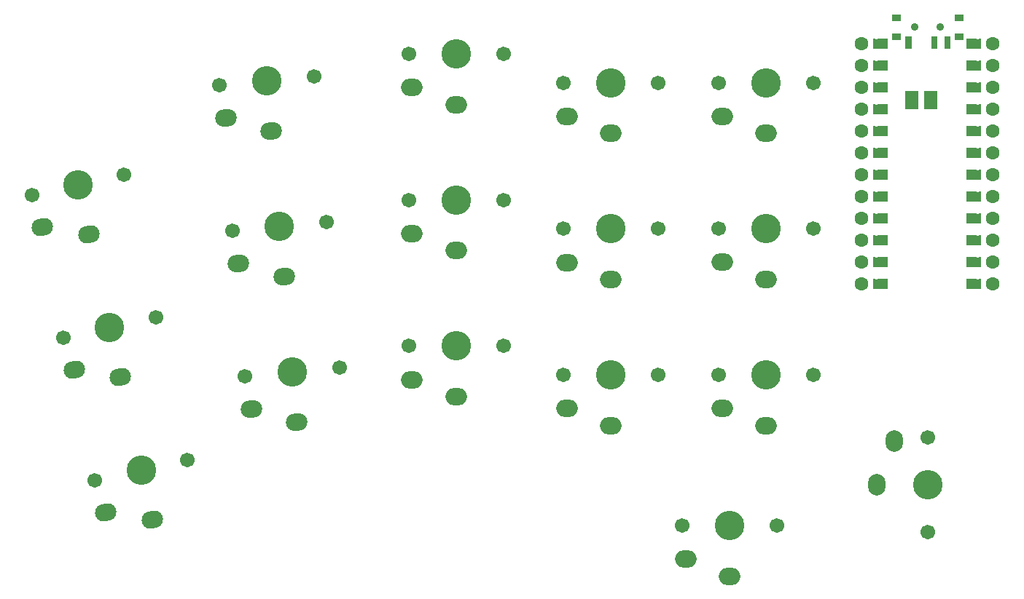
<source format=gbr>
G04 #@! TF.GenerationSoftware,KiCad,Pcbnew,6.0.0-d3dd2cf0fa~116~ubuntu20.04.1*
G04 #@! TF.CreationDate,2022-01-06T00:06:36-05:00*
G04 #@! TF.ProjectId,34,33342e6b-6963-4616-945f-706362585858,0.1*
G04 #@! TF.SameCoordinates,Original*
G04 #@! TF.FileFunction,Soldermask,Bot*
G04 #@! TF.FilePolarity,Negative*
%FSLAX46Y46*%
G04 Gerber Fmt 4.6, Leading zero omitted, Abs format (unit mm)*
G04 Created by KiCad (PCBNEW 6.0.0-d3dd2cf0fa~116~ubuntu20.04.1) date 2022-01-06 00:06:36*
%MOMM*%
%LPD*%
G01*
G04 APERTURE LIST*
G04 Aperture macros list*
%AMHorizOval*
0 Thick line with rounded ends*
0 $1 width*
0 $2 $3 position (X,Y) of the first rounded end (center of the circle)*
0 $4 $5 position (X,Y) of the second rounded end (center of the circle)*
0 Add line between two ends*
20,1,$1,$2,$3,$4,$5,0*
0 Add two circle primitives to create the rounded ends*
1,1,$1,$2,$3*
1,1,$1,$4,$5*%
%AMFreePoly0*
4,1,6,0.600000,0.200000,0.000000,-0.400000,-0.600000,0.200000,-0.600000,0.400000,0.600000,0.400000,0.600000,0.200000,0.600000,0.200000,$1*%
%AMFreePoly1*
4,1,6,0.600000,-0.250000,-0.600000,-0.250000,-0.600000,1.000000,0.000000,0.400000,0.600000,1.000000,0.600000,-0.250000,0.600000,-0.250000,$1*%
G04 Aperture macros list end*
%ADD10C,0.100000*%
%ADD11C,1.701800*%
%ADD12C,3.429000*%
%ADD13HorizOval,2.000000X0.244074X0.054110X-0.244074X-0.054110X0*%
%ADD14HorizOval,2.000000X0.249049X0.021789X-0.249049X-0.021789X0*%
%ADD15O,2.500000X2.000000*%
%ADD16O,2.000000X2.500000*%
%ADD17C,1.600000*%
%ADD18FreePoly0,270.000000*%
%ADD19FreePoly0,90.000000*%
%ADD20FreePoly1,90.000000*%
%ADD21FreePoly1,270.000000*%
%ADD22C,0.900000*%
G04 APERTURE END LIST*
D10*
X131429702Y-61386557D02*
X131429702Y-63386557D01*
X131429702Y-63386557D02*
X132829702Y-63386557D01*
X132829702Y-63386557D02*
X132829702Y-61386557D01*
X132829702Y-61386557D02*
X131429702Y-61386557D01*
G36*
X132829702Y-63386557D02*
G01*
X131429702Y-63386557D01*
X131429702Y-61386557D01*
X132829702Y-61386557D01*
X132829702Y-63386557D01*
G37*
X132829702Y-63386557D02*
X131429702Y-63386557D01*
X131429702Y-61386557D01*
X132829702Y-61386557D01*
X132829702Y-63386557D01*
X133629702Y-61386557D02*
X133629702Y-63386557D01*
X133629702Y-63386557D02*
X135029702Y-63386557D01*
X135029702Y-63386557D02*
X135029702Y-61386557D01*
X135029702Y-61386557D02*
X133629702Y-61386557D01*
G36*
X135029702Y-63386557D02*
G01*
X133629702Y-63386557D01*
X133629702Y-61386557D01*
X135029702Y-61386557D01*
X135029702Y-63386557D01*
G37*
X135029702Y-63386557D02*
X133629702Y-63386557D01*
X133629702Y-61386557D01*
X135029702Y-61386557D01*
X135029702Y-63386557D01*
X128912099Y-57887003D02*
X128912099Y-58903003D01*
X128912099Y-58903003D02*
X127896099Y-58903003D01*
X127896099Y-58903003D02*
X127896099Y-57887003D01*
X127896099Y-57887003D02*
X128912099Y-57887003D01*
G36*
X128912099Y-58903003D02*
G01*
X127896099Y-58903003D01*
X127896099Y-57887003D01*
X128912099Y-57887003D01*
X128912099Y-58903003D01*
G37*
X128912099Y-58903003D02*
X127896099Y-58903003D01*
X127896099Y-57887003D01*
X128912099Y-57887003D01*
X128912099Y-58903003D01*
X128912099Y-65507003D02*
X128912099Y-66523003D01*
X128912099Y-66523003D02*
X127896099Y-66523003D01*
X127896099Y-66523003D02*
X127896099Y-65507003D01*
X127896099Y-65507003D02*
X128912099Y-65507003D01*
G36*
X128912099Y-66523003D02*
G01*
X127896099Y-66523003D01*
X127896099Y-65507003D01*
X128912099Y-65507003D01*
X128912099Y-66523003D01*
G37*
X128912099Y-66523003D02*
X127896099Y-66523003D01*
X127896099Y-65507003D01*
X128912099Y-65507003D01*
X128912099Y-66523003D01*
X128912099Y-83287003D02*
X128912099Y-84303003D01*
X128912099Y-84303003D02*
X127896099Y-84303003D01*
X127896099Y-84303003D02*
X127896099Y-83287003D01*
X127896099Y-83287003D02*
X128912099Y-83287003D01*
G36*
X128912099Y-84303003D02*
G01*
X127896099Y-84303003D01*
X127896099Y-83287003D01*
X128912099Y-83287003D01*
X128912099Y-84303003D01*
G37*
X128912099Y-84303003D02*
X127896099Y-84303003D01*
X127896099Y-83287003D01*
X128912099Y-83287003D01*
X128912099Y-84303003D01*
X128912099Y-68047003D02*
X128912099Y-69063003D01*
X128912099Y-69063003D02*
X127896099Y-69063003D01*
X127896099Y-69063003D02*
X127896099Y-68047003D01*
X127896099Y-68047003D02*
X128912099Y-68047003D01*
G36*
X128912099Y-69063003D02*
G01*
X127896099Y-69063003D01*
X127896099Y-68047003D01*
X128912099Y-68047003D01*
X128912099Y-69063003D01*
G37*
X128912099Y-69063003D02*
X127896099Y-69063003D01*
X127896099Y-68047003D01*
X128912099Y-68047003D01*
X128912099Y-69063003D01*
X139072099Y-66523003D02*
X139072099Y-65507003D01*
X139072099Y-65507003D02*
X140088099Y-65507003D01*
X140088099Y-65507003D02*
X140088099Y-66523003D01*
X140088099Y-66523003D02*
X139072099Y-66523003D01*
G36*
X140088099Y-66523003D02*
G01*
X139072099Y-66523003D01*
X139072099Y-65507003D01*
X140088099Y-65507003D01*
X140088099Y-66523003D01*
G37*
X140088099Y-66523003D02*
X139072099Y-66523003D01*
X139072099Y-65507003D01*
X140088099Y-65507003D01*
X140088099Y-66523003D01*
X139072099Y-58903003D02*
X139072099Y-57887003D01*
X139072099Y-57887003D02*
X140088099Y-57887003D01*
X140088099Y-57887003D02*
X140088099Y-58903003D01*
X140088099Y-58903003D02*
X139072099Y-58903003D01*
G36*
X140088099Y-58903003D02*
G01*
X139072099Y-58903003D01*
X139072099Y-57887003D01*
X140088099Y-57887003D01*
X140088099Y-58903003D01*
G37*
X140088099Y-58903003D02*
X139072099Y-58903003D01*
X139072099Y-57887003D01*
X140088099Y-57887003D01*
X140088099Y-58903003D01*
X128912099Y-55347003D02*
X128912099Y-56363003D01*
X128912099Y-56363003D02*
X127896099Y-56363003D01*
X127896099Y-56363003D02*
X127896099Y-55347003D01*
X127896099Y-55347003D02*
X128912099Y-55347003D01*
G36*
X128912099Y-56363003D02*
G01*
X127896099Y-56363003D01*
X127896099Y-55347003D01*
X128912099Y-55347003D01*
X128912099Y-56363003D01*
G37*
X128912099Y-56363003D02*
X127896099Y-56363003D01*
X127896099Y-55347003D01*
X128912099Y-55347003D01*
X128912099Y-56363003D01*
X128912099Y-60427003D02*
X128912099Y-61443003D01*
X128912099Y-61443003D02*
X127896099Y-61443003D01*
X127896099Y-61443003D02*
X127896099Y-60427003D01*
X127896099Y-60427003D02*
X128912099Y-60427003D01*
G36*
X128912099Y-61443003D02*
G01*
X127896099Y-61443003D01*
X127896099Y-60427003D01*
X128912099Y-60427003D01*
X128912099Y-61443003D01*
G37*
X128912099Y-61443003D02*
X127896099Y-61443003D01*
X127896099Y-60427003D01*
X128912099Y-60427003D01*
X128912099Y-61443003D01*
X139072099Y-84303003D02*
X139072099Y-83287003D01*
X139072099Y-83287003D02*
X140088099Y-83287003D01*
X140088099Y-83287003D02*
X140088099Y-84303003D01*
X140088099Y-84303003D02*
X139072099Y-84303003D01*
G36*
X140088099Y-84303003D02*
G01*
X139072099Y-84303003D01*
X139072099Y-83287003D01*
X140088099Y-83287003D01*
X140088099Y-84303003D01*
G37*
X140088099Y-84303003D02*
X139072099Y-84303003D01*
X139072099Y-83287003D01*
X140088099Y-83287003D01*
X140088099Y-84303003D01*
X128912099Y-73127003D02*
X128912099Y-74143003D01*
X128912099Y-74143003D02*
X127896099Y-74143003D01*
X127896099Y-74143003D02*
X127896099Y-73127003D01*
X127896099Y-73127003D02*
X128912099Y-73127003D01*
G36*
X128912099Y-74143003D02*
G01*
X127896099Y-74143003D01*
X127896099Y-73127003D01*
X128912099Y-73127003D01*
X128912099Y-74143003D01*
G37*
X128912099Y-74143003D02*
X127896099Y-74143003D01*
X127896099Y-73127003D01*
X128912099Y-73127003D01*
X128912099Y-74143003D01*
X139072099Y-69063003D02*
X139072099Y-68047003D01*
X139072099Y-68047003D02*
X140088099Y-68047003D01*
X140088099Y-68047003D02*
X140088099Y-69063003D01*
X140088099Y-69063003D02*
X139072099Y-69063003D01*
G36*
X140088099Y-69063003D02*
G01*
X139072099Y-69063003D01*
X139072099Y-68047003D01*
X140088099Y-68047003D01*
X140088099Y-69063003D01*
G37*
X140088099Y-69063003D02*
X139072099Y-69063003D01*
X139072099Y-68047003D01*
X140088099Y-68047003D01*
X140088099Y-69063003D01*
X139072099Y-81763003D02*
X139072099Y-80747003D01*
X139072099Y-80747003D02*
X140088099Y-80747003D01*
X140088099Y-80747003D02*
X140088099Y-81763003D01*
X140088099Y-81763003D02*
X139072099Y-81763003D01*
G36*
X140088099Y-81763003D02*
G01*
X139072099Y-81763003D01*
X139072099Y-80747003D01*
X140088099Y-80747003D01*
X140088099Y-81763003D01*
G37*
X140088099Y-81763003D02*
X139072099Y-81763003D01*
X139072099Y-80747003D01*
X140088099Y-80747003D01*
X140088099Y-81763003D01*
X139072099Y-61443003D02*
X139072099Y-60427003D01*
X139072099Y-60427003D02*
X140088099Y-60427003D01*
X140088099Y-60427003D02*
X140088099Y-61443003D01*
X140088099Y-61443003D02*
X139072099Y-61443003D01*
G36*
X140088099Y-61443003D02*
G01*
X139072099Y-61443003D01*
X139072099Y-60427003D01*
X140088099Y-60427003D01*
X140088099Y-61443003D01*
G37*
X140088099Y-61443003D02*
X139072099Y-61443003D01*
X139072099Y-60427003D01*
X140088099Y-60427003D01*
X140088099Y-61443003D01*
X128912099Y-62967003D02*
X128912099Y-63983003D01*
X128912099Y-63983003D02*
X127896099Y-63983003D01*
X127896099Y-63983003D02*
X127896099Y-62967003D01*
X127896099Y-62967003D02*
X128912099Y-62967003D01*
G36*
X128912099Y-63983003D02*
G01*
X127896099Y-63983003D01*
X127896099Y-62967003D01*
X128912099Y-62967003D01*
X128912099Y-63983003D01*
G37*
X128912099Y-63983003D02*
X127896099Y-63983003D01*
X127896099Y-62967003D01*
X128912099Y-62967003D01*
X128912099Y-63983003D01*
X139072099Y-71603003D02*
X139072099Y-70587003D01*
X139072099Y-70587003D02*
X140088099Y-70587003D01*
X140088099Y-70587003D02*
X140088099Y-71603003D01*
X140088099Y-71603003D02*
X139072099Y-71603003D01*
G36*
X140088099Y-71603003D02*
G01*
X139072099Y-71603003D01*
X139072099Y-70587003D01*
X140088099Y-70587003D01*
X140088099Y-71603003D01*
G37*
X140088099Y-71603003D02*
X139072099Y-71603003D01*
X139072099Y-70587003D01*
X140088099Y-70587003D01*
X140088099Y-71603003D01*
X139072099Y-63983003D02*
X139072099Y-62967003D01*
X139072099Y-62967003D02*
X140088099Y-62967003D01*
X140088099Y-62967003D02*
X140088099Y-63983003D01*
X140088099Y-63983003D02*
X139072099Y-63983003D01*
G36*
X140088099Y-63983003D02*
G01*
X139072099Y-63983003D01*
X139072099Y-62967003D01*
X140088099Y-62967003D01*
X140088099Y-63983003D01*
G37*
X140088099Y-63983003D02*
X139072099Y-63983003D01*
X139072099Y-62967003D01*
X140088099Y-62967003D01*
X140088099Y-63983003D01*
X139072099Y-79223003D02*
X139072099Y-78207003D01*
X139072099Y-78207003D02*
X140088099Y-78207003D01*
X140088099Y-78207003D02*
X140088099Y-79223003D01*
X140088099Y-79223003D02*
X139072099Y-79223003D01*
G36*
X140088099Y-79223003D02*
G01*
X139072099Y-79223003D01*
X139072099Y-78207003D01*
X140088099Y-78207003D01*
X140088099Y-79223003D01*
G37*
X140088099Y-79223003D02*
X139072099Y-79223003D01*
X139072099Y-78207003D01*
X140088099Y-78207003D01*
X140088099Y-79223003D01*
X139072099Y-56363003D02*
X139072099Y-55347003D01*
X139072099Y-55347003D02*
X140088099Y-55347003D01*
X140088099Y-55347003D02*
X140088099Y-56363003D01*
X140088099Y-56363003D02*
X139072099Y-56363003D01*
G36*
X140088099Y-56363003D02*
G01*
X139072099Y-56363003D01*
X139072099Y-55347003D01*
X140088099Y-55347003D01*
X140088099Y-56363003D01*
G37*
X140088099Y-56363003D02*
X139072099Y-56363003D01*
X139072099Y-55347003D01*
X140088099Y-55347003D01*
X140088099Y-56363003D01*
X128912099Y-70587003D02*
X128912099Y-71603003D01*
X128912099Y-71603003D02*
X127896099Y-71603003D01*
X127896099Y-71603003D02*
X127896099Y-70587003D01*
X127896099Y-70587003D02*
X128912099Y-70587003D01*
G36*
X128912099Y-71603003D02*
G01*
X127896099Y-71603003D01*
X127896099Y-70587003D01*
X128912099Y-70587003D01*
X128912099Y-71603003D01*
G37*
X128912099Y-71603003D02*
X127896099Y-71603003D01*
X127896099Y-70587003D01*
X128912099Y-70587003D01*
X128912099Y-71603003D01*
X128912099Y-78207003D02*
X128912099Y-79223003D01*
X128912099Y-79223003D02*
X127896099Y-79223003D01*
X127896099Y-79223003D02*
X127896099Y-78207003D01*
X127896099Y-78207003D02*
X128912099Y-78207003D01*
G36*
X128912099Y-79223003D02*
G01*
X127896099Y-79223003D01*
X127896099Y-78207003D01*
X128912099Y-78207003D01*
X128912099Y-79223003D01*
G37*
X128912099Y-79223003D02*
X127896099Y-79223003D01*
X127896099Y-78207003D01*
X128912099Y-78207003D01*
X128912099Y-79223003D01*
X139072099Y-74143003D02*
X139072099Y-73127003D01*
X139072099Y-73127003D02*
X140088099Y-73127003D01*
X140088099Y-73127003D02*
X140088099Y-74143003D01*
X140088099Y-74143003D02*
X139072099Y-74143003D01*
G36*
X140088099Y-74143003D02*
G01*
X139072099Y-74143003D01*
X139072099Y-73127003D01*
X140088099Y-73127003D01*
X140088099Y-74143003D01*
G37*
X140088099Y-74143003D02*
X139072099Y-74143003D01*
X139072099Y-73127003D01*
X140088099Y-73127003D01*
X140088099Y-74143003D01*
X128912099Y-80747003D02*
X128912099Y-81763003D01*
X128912099Y-81763003D02*
X127896099Y-81763003D01*
X127896099Y-81763003D02*
X127896099Y-80747003D01*
X127896099Y-80747003D02*
X128912099Y-80747003D01*
G36*
X128912099Y-81763003D02*
G01*
X127896099Y-81763003D01*
X127896099Y-80747003D01*
X128912099Y-80747003D01*
X128912099Y-81763003D01*
G37*
X128912099Y-81763003D02*
X127896099Y-81763003D01*
X127896099Y-80747003D01*
X128912099Y-80747003D01*
X128912099Y-81763003D01*
X128912099Y-75667003D02*
X128912099Y-76683003D01*
X128912099Y-76683003D02*
X127896099Y-76683003D01*
X127896099Y-76683003D02*
X127896099Y-75667003D01*
X127896099Y-75667003D02*
X128912099Y-75667003D01*
G36*
X128912099Y-76683003D02*
G01*
X127896099Y-76683003D01*
X127896099Y-75667003D01*
X128912099Y-75667003D01*
X128912099Y-76683003D01*
G37*
X128912099Y-76683003D02*
X127896099Y-76683003D01*
X127896099Y-75667003D01*
X128912099Y-75667003D01*
X128912099Y-76683003D01*
X139072099Y-76683003D02*
X139072099Y-75667003D01*
X139072099Y-75667003D02*
X140088099Y-75667003D01*
X140088099Y-75667003D02*
X140088099Y-76683003D01*
X140088099Y-76683003D02*
X139072099Y-76683003D01*
G36*
X140088099Y-76683003D02*
G01*
X139072099Y-76683003D01*
X139072099Y-75667003D01*
X140088099Y-75667003D01*
X140088099Y-76683003D01*
G37*
X140088099Y-76683003D02*
X139072099Y-76683003D01*
X139072099Y-75667003D01*
X140088099Y-75667003D01*
X140088099Y-76683003D01*
X135950576Y-55011813D02*
X135950576Y-56411813D01*
X135950576Y-56411813D02*
X136550576Y-56411813D01*
X136550576Y-56411813D02*
X136550576Y-55011813D01*
X136550576Y-55011813D02*
X135950576Y-55011813D01*
G36*
X136550576Y-56411813D02*
G01*
X135950576Y-56411813D01*
X135950576Y-55011813D01*
X136550576Y-55011813D01*
X136550576Y-56411813D01*
G37*
X136550576Y-56411813D02*
X135950576Y-56411813D01*
X135950576Y-55011813D01*
X136550576Y-55011813D01*
X136550576Y-56411813D01*
X131450576Y-55011813D02*
X131450576Y-56411813D01*
X131450576Y-56411813D02*
X132050576Y-56411813D01*
X132050576Y-56411813D02*
X132050576Y-55011813D01*
X132050576Y-55011813D02*
X131450576Y-55011813D01*
G36*
X132050576Y-56411813D02*
G01*
X131450576Y-56411813D01*
X131450576Y-55011813D01*
X132050576Y-55011813D01*
X132050576Y-56411813D01*
G37*
X132050576Y-56411813D02*
X131450576Y-56411813D01*
X131450576Y-55011813D01*
X132050576Y-55011813D01*
X132050576Y-56411813D01*
X137200576Y-52511813D02*
X137200576Y-53211813D01*
X137200576Y-53211813D02*
X138100576Y-53211813D01*
X138100576Y-53211813D02*
X138100576Y-52511813D01*
X138100576Y-52511813D02*
X137200576Y-52511813D01*
G36*
X138100576Y-53211813D02*
G01*
X137200576Y-53211813D01*
X137200576Y-52511813D01*
X138100576Y-52511813D01*
X138100576Y-53211813D01*
G37*
X138100576Y-53211813D02*
X137200576Y-53211813D01*
X137200576Y-52511813D01*
X138100576Y-52511813D01*
X138100576Y-53211813D01*
X134450576Y-55011813D02*
X134450576Y-56411813D01*
X134450576Y-56411813D02*
X135050576Y-56411813D01*
X135050576Y-56411813D02*
X135050576Y-55011813D01*
X135050576Y-55011813D02*
X134450576Y-55011813D01*
G36*
X135050576Y-56411813D02*
G01*
X134450576Y-56411813D01*
X134450576Y-55011813D01*
X135050576Y-55011813D01*
X135050576Y-56411813D01*
G37*
X135050576Y-56411813D02*
X134450576Y-56411813D01*
X134450576Y-55011813D01*
X135050576Y-55011813D01*
X135050576Y-56411813D01*
X129900576Y-52511813D02*
X129900576Y-53211813D01*
X129900576Y-53211813D02*
X130800576Y-53211813D01*
X130800576Y-53211813D02*
X130800576Y-52511813D01*
X130800576Y-52511813D02*
X129900576Y-52511813D01*
G36*
X130800576Y-53211813D02*
G01*
X129900576Y-53211813D01*
X129900576Y-52511813D01*
X130800576Y-52511813D01*
X130800576Y-53211813D01*
G37*
X130800576Y-53211813D02*
X129900576Y-53211813D01*
X129900576Y-52511813D01*
X130800576Y-52511813D01*
X130800576Y-53211813D01*
X137200576Y-54711813D02*
X137200576Y-55411813D01*
X137200576Y-55411813D02*
X138100576Y-55411813D01*
X138100576Y-55411813D02*
X138100576Y-54711813D01*
X138100576Y-54711813D02*
X137200576Y-54711813D01*
G36*
X138100576Y-55411813D02*
G01*
X137200576Y-55411813D01*
X137200576Y-54711813D01*
X138100576Y-54711813D01*
X138100576Y-55411813D01*
G37*
X138100576Y-55411813D02*
X137200576Y-55411813D01*
X137200576Y-54711813D01*
X138100576Y-54711813D01*
X138100576Y-55411813D01*
X129900576Y-54711813D02*
X129900576Y-55411813D01*
X129900576Y-55411813D02*
X130800576Y-55411813D01*
X130800576Y-55411813D02*
X130800576Y-54711813D01*
X130800576Y-54711813D02*
X129900576Y-54711813D01*
G36*
X130800576Y-55411813D02*
G01*
X129900576Y-55411813D01*
X129900576Y-54711813D01*
X130800576Y-54711813D01*
X130800576Y-55411813D01*
G37*
X130800576Y-55411813D02*
X129900576Y-55411813D01*
X129900576Y-54711813D01*
X130800576Y-54711813D01*
X130800576Y-55411813D01*
D11*
X29939896Y-73493393D03*
X40679152Y-71112557D03*
D12*
X35309524Y-72302975D03*
D13*
X31174529Y-77214371D03*
X36586518Y-78063121D03*
D12*
X57238860Y-60190585D03*
D11*
X51759789Y-60669942D03*
X62717931Y-59711228D03*
D14*
X52498174Y-64520239D03*
X57753079Y-66068134D03*
D11*
X73730000Y-57058851D03*
X84730000Y-57058851D03*
D12*
X79230000Y-57058851D03*
D15*
X74130000Y-60958851D03*
X79230000Y-62958851D03*
D12*
X97233086Y-60427567D03*
D11*
X91733086Y-60427567D03*
X102733086Y-60427567D03*
D15*
X92133086Y-64327567D03*
X97233086Y-66327567D03*
D11*
X120725000Y-60425000D03*
D12*
X115225000Y-60425000D03*
D11*
X109725000Y-60425000D03*
D15*
X110125000Y-64325000D03*
X115225000Y-66325000D03*
D11*
X44358628Y-87709582D03*
D12*
X38989000Y-88900000D03*
D11*
X33619372Y-90090418D03*
D13*
X34854005Y-93811396D03*
X40265994Y-94660146D03*
D11*
X53241431Y-77605258D03*
X64199573Y-76646544D03*
D12*
X58720502Y-77125901D03*
D14*
X53979816Y-81455555D03*
X59234721Y-83003450D03*
D12*
X79230000Y-74058851D03*
D11*
X84730000Y-74058851D03*
X73730000Y-74058851D03*
D15*
X74130000Y-77958851D03*
X79230000Y-79958851D03*
D11*
X102733086Y-77427564D03*
X91733086Y-77427564D03*
D12*
X97233086Y-77427564D03*
D15*
X92133086Y-81327564D03*
X97233086Y-83327564D03*
D11*
X109725000Y-77424999D03*
X120725000Y-77424999D03*
D12*
X115225000Y-77424999D03*
D15*
X110125000Y-81324999D03*
X115225000Y-83324999D03*
D12*
X60202150Y-94061209D03*
D11*
X54723079Y-94540566D03*
X65681221Y-93581852D03*
D14*
X55461464Y-98390863D03*
X60716369Y-99938758D03*
D12*
X79230000Y-91058862D03*
D11*
X84730000Y-91058862D03*
X73730000Y-91058862D03*
D15*
X74130000Y-94958862D03*
X79230000Y-96958862D03*
D11*
X91733086Y-94427566D03*
D12*
X97233086Y-94427566D03*
D11*
X102733086Y-94427566D03*
D15*
X92133086Y-98327566D03*
X97233086Y-100327566D03*
D12*
X110990000Y-111925000D03*
D11*
X105490000Y-111925000D03*
X116490000Y-111925000D03*
D15*
X105890000Y-115825000D03*
X110990000Y-117825000D03*
D12*
X134025000Y-107175000D03*
D11*
X134025000Y-101675000D03*
X134025000Y-112675000D03*
D16*
X130125000Y-102075000D03*
X128125000Y-107175000D03*
D17*
X126372099Y-55855003D03*
X141612099Y-66015003D03*
D18*
X139834099Y-78715003D03*
D19*
X128150099Y-76175003D03*
D17*
X141612099Y-60935003D03*
D18*
X139834099Y-71095003D03*
D17*
X126372099Y-63475003D03*
X126372099Y-68555003D03*
D19*
X128150099Y-78715003D03*
X128150099Y-66015003D03*
D17*
X141612099Y-71095003D03*
D18*
X139834099Y-58395003D03*
D17*
X141612099Y-83795003D03*
D18*
X139834099Y-76175003D03*
D19*
X128150099Y-71095003D03*
X128150099Y-60935003D03*
D17*
X126372099Y-58395003D03*
X141612099Y-76175003D03*
D19*
X128150099Y-83795003D03*
D18*
X139834099Y-81255003D03*
D17*
X141612099Y-68555003D03*
D19*
X128150099Y-81255003D03*
D17*
X141612099Y-55855003D03*
D19*
X128150099Y-58395003D03*
D17*
X141612099Y-73635003D03*
X141612099Y-63475003D03*
X126372099Y-60935003D03*
X126372099Y-81255003D03*
D19*
X128150099Y-73635003D03*
D17*
X126372099Y-71095003D03*
D18*
X139834099Y-83795003D03*
D19*
X128150099Y-68555003D03*
D17*
X126372099Y-78715003D03*
D18*
X139834099Y-55855003D03*
D17*
X141612099Y-58395003D03*
D18*
X139834099Y-73635003D03*
X139834099Y-68555003D03*
X139834099Y-66015003D03*
D17*
X126372099Y-66015003D03*
D18*
X139834099Y-60935003D03*
D17*
X126372099Y-76175003D03*
X126372099Y-83795003D03*
X126372099Y-73635003D03*
D19*
X128150099Y-63475003D03*
D17*
X141612099Y-81255003D03*
D19*
X128150099Y-55855003D03*
D17*
X141612099Y-78715003D03*
D18*
X139834099Y-63475003D03*
D20*
X129166099Y-55855003D03*
X129166099Y-58395003D03*
X129166099Y-60935003D03*
X129166099Y-63475003D03*
X129166099Y-66015003D03*
X129166099Y-68555003D03*
X129166099Y-71095003D03*
X129166099Y-73635003D03*
X129166099Y-76175003D03*
X129166099Y-78715003D03*
X129166099Y-81255003D03*
X129166099Y-83795003D03*
D21*
X138818099Y-83795003D03*
X138818099Y-81255003D03*
X138818099Y-78715003D03*
X138818099Y-76175003D03*
X138818099Y-73635003D03*
X138818099Y-71095003D03*
X138818099Y-68555003D03*
X138818099Y-66015003D03*
X138818099Y-63475003D03*
X138818099Y-60935003D03*
X138818099Y-58395003D03*
X138818099Y-55855003D03*
D11*
X37294515Y-106688065D03*
D12*
X42664143Y-105497647D03*
D11*
X48033771Y-104307229D03*
D13*
X38529148Y-110409043D03*
X43941137Y-111257793D03*
D22*
X135500576Y-53961813D03*
X132500576Y-53961813D03*
X135500576Y-53961813D03*
X132500576Y-53961813D03*
D11*
X109725000Y-94422430D03*
X120725000Y-94422430D03*
D12*
X115225000Y-94422430D03*
D15*
X110125000Y-98322430D03*
X115225000Y-100322430D03*
M02*

</source>
